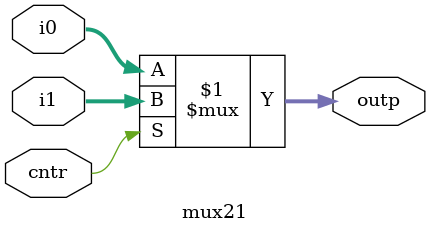
<source format=v>
module mux21(outp,i0,i1,cntr);
  output [31:0] outp;
  input [31:0] i0,i1;
  input cntr;
  assign outp = cntr ? i1 :i0;
endmodule


</source>
